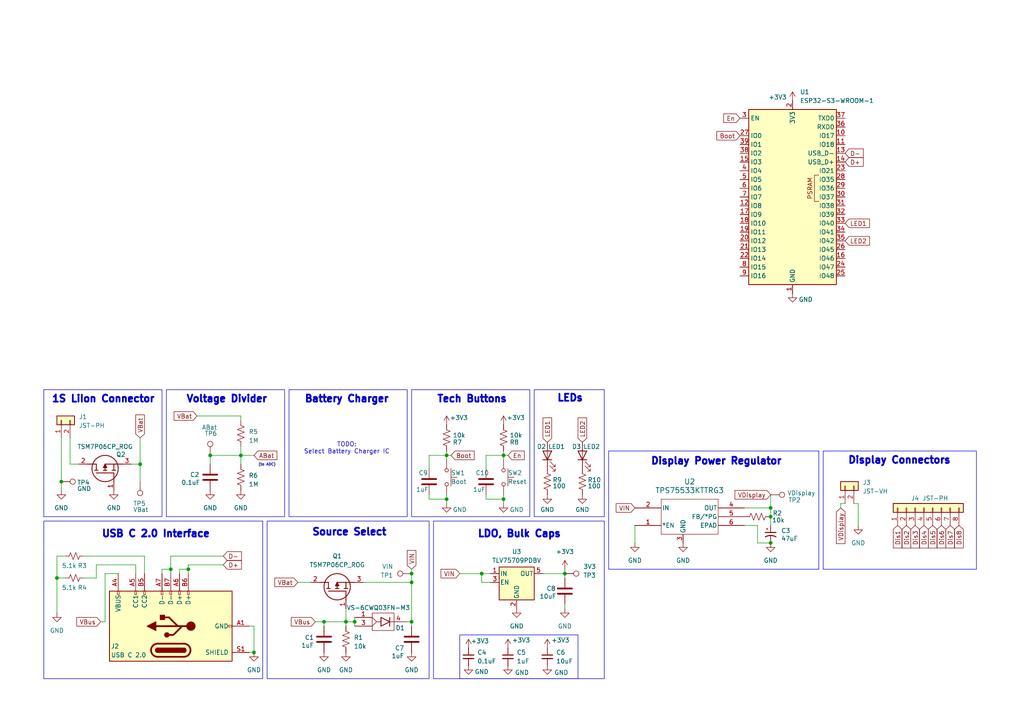
<source format=kicad_sch>
(kicad_sch (version 20250114) (generator "eeschema") (generator_version "9.0")
  (paper "A4")
  (title_block (title "Handheld Game Motherboard") (date "2025-10-07") (rev "0.1.0") (company "\"Gamers\""))
  (lib_symbols
    (symbol "Connector:TestPoint" (pin_numbers (hide yes)) (pin_names (offset 0.762) (hide yes))
      (property "Reference" "TP" (at 0 6.858 0))
      (property "Value" "TestPoint" (at 0 5.08 0))
      (symbol "TestPoint_0_1"
        (circle (center 0 3.302) (radius 0.762))
      )
      (symbol "TestPoint_1_1"
        (pin passive line (at 0 0 90) (length 2.54) (name "1") (number "1"))
      )
    )
    (symbol "Connector:USB_C_Receptacle_USB2.0_14P" (pin_names (offset 1.016))
      (property "Reference" "J" (at 0 22.225 0))
      (property "Value" "USB_C_Receptacle_USB2.0_14P" (at 0 19.685 0))
      (symbol "USB_C_Receptacle_USB2.0_14P_0_0"
        (rectangle (start -0.254 -17.78) (end 0.254 -16.764))
        (rectangle (start 10.16 15.494) (end 9.144 14.986))
        (rectangle (start 10.16 10.414) (end 9.144 9.906))
        (rectangle (start 10.16 7.874) (end 9.144 7.366))
        (rectangle (start 10.16 2.794) (end 9.144 2.286))
        (rectangle (start 10.16 0.254) (end 9.144 -0.254))
        (rectangle (start 10.16 -2.286) (end 9.144 -2.794))
        (rectangle (start 10.16 -4.826) (end 9.144 -5.334))
      )
      (symbol "USB_C_Receptacle_USB2.0_14P_0_1"
        (rectangle (start -10.16 17.78) (end 10.16 -17.78) (stroke (width 0.254)) (fill (type background)))
        (polyline (pts (xy -8.89 -3.81) (xy -8.89 3.81)) (stroke (width 0.508)))
        (rectangle (start -7.62 -3.81) (end -6.35 3.81) (stroke (width 0.254)) (fill (type outline)))
        (arc (start -7.62 3.81) (mid -6.985 4.4423) (end -6.35 3.81) (stroke (width 0.254)))
        (arc (start -7.62 3.81) (mid -6.985 4.4423) (end -6.35 3.81) (stroke (width 0.254)) (fill (type outline)))
        (arc (start -8.89 3.81) (mid -6.985 5.7067) (end -5.08 3.81) (stroke (width 0.508)))
        (arc (start -5.08 -3.81) (mid -6.985 -5.7067) (end -8.89 -3.81) (stroke (width 0.508)))
        (arc (start -6.35 -3.81) (mid -6.985 -4.4423) (end -7.62 -3.81) (stroke (width 0.254)))
        (arc (start -6.35 -3.81) (mid -6.985 -4.4423) (end -7.62 -3.81) (stroke (width 0.254)) (fill (type outline)))
        (polyline (pts (xy -5.08 3.81) (xy -5.08 -3.81)) (stroke (width 0.508)))
        (circle (center -2.54 1.143) (radius 0.635) (stroke (width 0.254)) (fill (type outline)))
        (polyline (pts (xy -1.27 4.318) (xy 0 6.858) (xy 1.27 4.318) (xy -1.27 4.318)) (stroke (width 0.254)) (fill (type outline)))
        (polyline (pts (xy 0 -2.032) (xy 2.54 0.508) (xy 2.54 1.778)) (stroke (width 0.508)))
        (polyline (pts (xy 0 -3.302) (xy -2.54 -0.762) (xy -2.54 0.508)) (stroke (width 0.508)))
        (polyline (pts (xy 0 -5.842) (xy 0 4.318)) (stroke (width 0.508)))
        (circle (center 0 -5.842) (radius 1.27) (fill (type outline)))
        (rectangle (start 1.905 1.778) (end 3.175 3.048) (stroke (width 0.254)) (fill (type outline)))
      )
      (symbol "USB_C_Receptacle_USB2.0_14P_1_1"
        (pin passive line (at -7.62 -22.86 90) (length 5.08) (name "SHIELD") (number "S1"))
        (pin passive line (at 0 -22.86 90) (length 5.08) (name "GND") (number "A1"))
        (pin passive line (at 0 -22.86 90) (length 5.08) (hide yes) (name "GND") (number "A12"))
        (pin passive line (at 0 -22.86 90) (length 5.08) (hide yes) (name "GND") (number "B1"))
        (pin passive line (at 0 -22.86 90) (length 5.08) (hide yes) (name "GND") (number "B12"))
        (pin passive line (at 15.24 15.24 180) (length 5.08) (name "VBUS") (number "A4"))
        (pin passive line (at 15.24 15.24 180) (length 5.08) (hide yes) (name "VBUS") (number "A9"))
        (pin passive line (at 15.24 15.24 180) (length 5.08) (hide yes) (name "VBUS") (number "B4"))
        (pin passive line (at 15.24 15.24 180) (length 5.08) (hide yes) (name "VBUS") (number "B9"))
        (pin bidirectional line (at 15.24 10.16 180) (length 5.08) (name "CC1") (number "A5"))
        (pin bidirectional line (at 15.24 7.62 180) (length 5.08) (name "CC2") (number "B5"))
        (pin bidirectional line (at 15.24 2.54 180) (length 5.08) (name "D-") (number "A7"))
        (pin bidirectional line (at 15.24 0 180) (length 5.08) (name "D-") (number "B7"))
        (pin bidirectional line (at 15.24 -2.54 180) (length 5.08) (name "D+") (number "A6"))
        (pin bidirectional line (at 15.24 -5.08 180) (length 5.08) (name "D+") (number "B6"))
      )
    )
    (symbol "Connector_Generic:Conn_01x02" (pin_names (offset 1.016) (hide yes))
      (property "Reference" "J" (at 0 2.54 0))
      (property "Value" "Conn_01x02" (at 0 -5.08 0))
      (symbol "Conn_01x02_1_1"
        (rectangle (start -1.27 1.27) (end 1.27 -3.81) (stroke (width 0.254)) (fill (type background)))
        (rectangle (start -1.27 0.127) (end 0 -0.127) (stroke (width 0.1524)))
        (rectangle (start -1.27 -2.413) (end 0 -2.667) (stroke (width 0.1524)))
        (pin passive line (at -5.08 0 0) (length 3.81) (name "Pin_1") (number "1"))
        (pin passive line (at -5.08 -2.54 0) (length 3.81) (name "Pin_2") (number "2"))
      )
    )
    (symbol "Connector_Generic:Conn_01x08" (pin_names (offset 1.016) (hide yes))
      (property "Reference" "J" (at 0 10.16 0))
      (property "Value" "Conn_01x08" (at 0 -12.7 0))
      (symbol "Conn_01x08_1_1"
        (rectangle (start -1.27 8.89) (end 1.27 -11.43) (stroke (width 0.254)) (fill (type background)))
        (rectangle (start -1.27 7.747) (end 0 7.493) (stroke (width 0.1524)))
        (rectangle (start -1.27 5.207) (end 0 4.953) (stroke (width 0.1524)))
        (rectangle (start -1.27 2.667) (end 0 2.413) (stroke (width 0.1524)))
        (rectangle (start -1.27 0.127) (end 0 -0.127) (stroke (width 0.1524)))
        (rectangle (start -1.27 -2.413) (end 0 -2.667) (stroke (width 0.1524)))
        (rectangle (start -1.27 -4.953) (end 0 -5.207) (stroke (width 0.1524)))
        (rectangle (start -1.27 -7.493) (end 0 -7.747) (stroke (width 0.1524)))
        (rectangle (start -1.27 -10.033) (end 0 -10.287) (stroke (width 0.1524)))
        (pin passive line (at -5.08 7.62 0) (length 3.81) (name "Pin_1") (number "1"))
        (pin passive line (at -5.08 5.08 0) (length 3.81) (name "Pin_2") (number "2"))
        (pin passive line (at -5.08 2.54 0) (length 3.81) (name "Pin_3") (number "3"))
        (pin passive line (at -5.08 0 0) (length 3.81) (name "Pin_4") (number "4"))
        (pin passive line (at -5.08 -2.54 0) (length 3.81) (name "Pin_5") (number "5"))
        (pin passive line (at -5.08 -5.08 0) (length 3.81) (name "Pin_6") (number "6"))
        (pin passive line (at -5.08 -7.62 0) (length 3.81) (name "Pin_7") (number "7"))
        (pin passive line (at -5.08 -10.16 0) (length 3.81) (name "Pin_8") (number "8"))
      )
    )
    (symbol "Device:C" (pin_numbers (hide yes)) (pin_names (offset 0.254))
      (property "Reference" "C" (at 0.635 2.54 0))
      (property "Value" "C" (at 0.635 -2.54 0))
      (symbol "C_0_1"
        (polyline (pts (xy -2.032 0.762) (xy 2.032 0.762)) (stroke (width 0.508)))
        (polyline (pts (xy -2.032 -0.762) (xy 2.032 -0.762)) (stroke (width 0.508)))
      )
      (symbol "C_1_1"
        (pin passive line (at 0 3.81 270) (length 2.794) (name "~") (number "1"))
        (pin passive line (at 0 -3.81 90) (length 2.794) (name "~") (number "2"))
      )
    )
    (symbol "Device:C_Polarized_Small_US" (pin_numbers (hide yes)) (pin_names (offset 0.254) (hide yes))
      (property "Reference" "C" (at 0.254 1.778 0))
      (property "Value" "C_Polarized_Small_US" (at 0.254 -2.032 0))
      (symbol "C_Polarized_Small_US_0_1"
        (polyline (pts (xy -1.524 0.508) (xy 1.524 0.508)) (stroke (width 0.3048)))
        (polyline (pts (xy -1.27 1.524) (xy -0.762 1.524)))
        (polyline (pts (xy -1.016 1.27) (xy -1.016 1.778)))
        (arc (start -1.524 -0.762) (mid 0 -0.3734) (end 1.524 -0.762) (stroke (width 0.3048)))
      )
      (symbol "C_Polarized_Small_US_1_1"
        (pin passive line (at 0 2.54 270) (length 2.032) (name "~") (number "1"))
        (pin passive line (at 0 -2.54 90) (length 2.032) (name "~") (number "2"))
      )
    )
    (symbol "Device:C_Small" (pin_numbers (hide yes)) (pin_names (offset 0.254) (hide yes))
      (property "Reference" "C" (at 0.254 1.778 0))
      (property "Value" "C_Small" (at 0.254 -2.032 0))
      (symbol "C_Small_0_1"
        (polyline (pts (xy -1.524 0.508) (xy 1.524 0.508)) (stroke (width 0.3048)))
        (polyline (pts (xy -1.524 -0.508) (xy 1.524 -0.508)) (stroke (width 0.3302)))
      )
      (symbol "C_Small_1_1"
        (pin passive line (at 0 2.54 270) (length 2.032) (name "~") (number "1"))
        (pin passive line (at 0 -2.54 90) (length 2.032) (name "~") (number "2"))
      )
    )
    (symbol "Device:LED" (pin_numbers (hide yes)) (pin_names (offset 1.016) (hide yes))
      (property "Reference" "D" (at 0 2.54 0))
      (property "Value" "LED" (at 0 -2.54 0))
      (symbol "LED_0_1"
        (polyline (pts (xy -3.048 -0.762) (xy -4.572 -2.286) (xy -3.81 -2.286) (xy -4.572 -2.286) (xy -4.572 -1.524)))
        (polyline (pts (xy -1.778 -0.762) (xy -3.302 -2.286) (xy -2.54 -2.286) (xy -3.302 -2.286) (xy -3.302 -1.524)))
        (polyline (pts (xy -1.27 0) (xy 1.27 0)))
        (polyline (pts (xy -1.27 -1.27) (xy -1.27 1.27)) (stroke (width 0.254)))
        (polyline (pts (xy 1.27 -1.27) (xy 1.27 1.27) (xy -1.27 0) (xy 1.27 -1.27)) (stroke (width 0.254)))
      )
      (symbol "LED_1_1"
        (pin passive line (at -3.81 0 0) (length 2.54) (name "K") (number "1"))
        (pin passive line (at 3.81 0 180) (length 2.54) (name "A") (number "2"))
      )
    )
    (symbol "Device:R_Small_US" (pin_numbers (hide yes)) (pin_names (offset 0.254) (hide yes))
      (property "Reference" "R" (at 0.762 0.508 0))
      (property "Value" "R_Small_US" (at 0.762 -1.016 0))
      (symbol "R_Small_US_1_1"
        (polyline (pts (xy 0 1.524) (xy 1.016 1.143) (xy 0 0.762) (xy -1.016 0.381) (xy 0 0)))
        (polyline (pts (xy 0 0) (xy 1.016 -0.381) (xy 0 -0.762) (xy -1.016 -1.143) (xy 0 -1.524)))
        (pin passive line (at 0 2.54 270) (length 1.016) (name "~") (number "1"))
        (pin passive line (at 0 -2.54 90) (length 1.016) (name "~") (number "2"))
      )
    )
    (symbol "Device:R_US" (pin_numbers (hide yes)) (pin_names (offset 0))
      (property "Reference" "R" (at 2.54 0 90))
      (property "Value" "R_US" (at -2.54 0 90))
      (symbol "R_US_0_1"
        (polyline (pts (xy 0 2.286) (xy 0 2.54)))
        (polyline (pts (xy 0 2.286) (xy 1.016 1.905) (xy 0 1.524) (xy -1.016 1.143) (xy 0 0.762)))
        (polyline (pts (xy 0 0.762) (xy 1.016 0.381) (xy 0 0) (xy -1.016 -0.381) (xy 0 -0.762)))
        (polyline (pts (xy 0 -0.762) (xy 1.016 -1.143) (xy 0 -1.524) (xy -1.016 -1.905) (xy 0 -2.286)))
        (polyline (pts (xy 0 -2.286) (xy 0 -2.54)))
      )
      (symbol "R_US_1_1"
        (pin passive line (at 0 3.81 270) (length 1.27) (name "~") (number "1"))
        (pin passive line (at 0 -3.81 90) (length 1.27) (name "~") (number "2"))
      )
    )
    (symbol "Library_Loader:TSM7P06CP_ROG" (pin_names (hide yes))
      (property "Reference" "Q" (at 11.43 3.81 0))
      (property "Value" "TSM7P06CP_ROG" (at 11.43 1.27 0))
      (symbol "TSM7P06CP_ROG_1_1"
        (polyline (pts (xy 2.54 0) (xy 5.08 0)) (stroke (width 0.254)))
        (polyline (pts (xy 5.08 5.08) (xy 5.08 0)) (stroke (width 0.254)))
        (polyline (pts (xy 5.842 5.588) (xy 5.842 4.572)) (stroke (width 0.254)))
        (polyline (pts (xy 5.842 2.032) (xy 5.842 3.048)) (stroke (width 0.254)))
        (polyline (pts (xy 5.842 0) (xy 7.62 0)) (stroke (width 0.254)))
        (polyline (pts (xy 5.842 -0.508) (xy 5.842 0.508)) (stroke (width 0.254)))
        (circle (center 6.35 2.54) (radius 3.81) (stroke (width 0.254)))
        (polyline (pts (xy 7.62 5.08) (xy 5.842 5.08)) (stroke (width 0.254)))
        (polyline (pts (xy 7.62 5.08) (xy 7.62 7.62)) (stroke (width 0.254)))
        (polyline (pts (xy 7.62 2.54) (xy 5.842 2.54)) (stroke (width 0.254)))
        (polyline (pts (xy 7.62 2.54) (xy 7.62 -2.54)) (stroke (width 0.254)))
        (polyline (pts (xy 7.62 2.54) (xy 6.604 3.048) (xy 6.604 2.032) (xy 7.62 2.54)) (stroke (width 0.254)) (fill (type outline)))
        (pin passive line (at 0 0 0) (length 2.54) (name "G") (number "1"))
        (pin passive line (at 7.62 10.16 270) (length 2.54) (name "D") (number "2"))
        (pin passive line (at 7.62 -5.08 90) (length 2.54) (name "S") (number "3"))
      )
    )
    (symbol "Library_Loader:VS-6CWQ03FN-M3"
      (property "Reference" "D" (at 5.08 4.826 0))
      (property "Value" "VS-6CWQ03FN-M3" (at 5.08 3.048 0))
      (symbol "VS-6CWQ03FN-M3_0_1"
        (rectangle (start 5.08 1.27) (end 11.43 -3.81))
        (polyline (pts (xy 5.08 0) (xy 5.08 0) (xy 6.35 -1.27) (xy 7.62 -1.27)))
        (polyline (pts (xy 5.08 -2.54) (xy 5.08 -2.54) (xy 6.35 -1.27) (xy 7.62 -1.27)))
        (polyline (pts (xy 7.62 0) (xy 7.62 -2.54) (xy 10.16 -1.27) (xy 7.62 0) (xy 7.62 -1.27) (xy 7.62 -2.54)) (stroke (width 0.254)))
        (polyline (pts (xy 10.16 0) (xy 10.16 -2.54)) (stroke (width 0.254)))
      )
      (symbol "VS-6CWQ03FN-M3_1_1"
        (pin passive line (at 0 0 0) (length 5.08) (name "") (number "1"))
        (pin passive line (at 0 -2.54 0) (length 5.08) (name "") (number "3"))
        (pin passive line (at 15.24 -1.27 180) (length 5.08) (name "") (number "4"))
      )
    )
    (symbol "RF_Module:ESP32-S3-WROOM-1"
      (property "Reference" "U" (at -12.7 26.67 0))
      (property "Value" "ESP32-S3-WROOM-1" (at 12.7 26.67 0))
      (symbol "ESP32-S3-WROOM-1_0_0"
        (rectangle (start -12.7 25.4) (end 12.7 -25.4) (stroke (width 0.254)) (fill (type background)))
        (text "PSRAM" (at 5.08 2.54 900) (effects (font (size 1.27 1.27))))
      )
      (symbol "ESP32-S3-WROOM-1_0_1"
        (polyline (pts (xy 7.62 -1.27) (xy 6.35 -1.27) (xy 6.35 6.35) (xy 7.62 6.35)))
      )
      (symbol "ESP32-S3-WROOM-1_1_1"
        (pin input line (at -15.24 22.86 0) (length 2.54) (name "EN") (number "3"))
        (pin bidirectional line (at -15.24 17.78 0) (length 2.54) (name "IO0") (number "27"))
        (pin bidirectional line (at -15.24 15.24 0) (length 2.54) (name "IO1") (number "39"))
        (pin bidirectional line (at -15.24 12.7 0) (length 2.54) (name "IO2") (number "38"))
        (pin bidirectional line (at -15.24 10.16 0) (length 2.54) (name "IO3") (number "15"))
        (pin bidirectional line (at -15.24 7.62 0) (length 2.54) (name "IO4") (number "4"))
        (pin bidirectional line (at -15.24 5.08 0) (length 2.54) (name "IO5") (number "5"))
        (pin bidirectional line (at -15.24 2.54 0) (length 2.54) (name "IO6") (number "6"))
        (pin bidirectional line (at -15.24 0 0) (length 2.54) (name "IO7") (number "7"))
        (pin bidirectional line (at -15.24 -2.54 0) (length 2.54) (name "IO8") (number "12"))
        (pin bidirectional line (at -15.24 -5.08 0) (length 2.54) (name "IO9") (number "17"))
        (pin bidirectional line (at -15.24 -7.62 0) (length 2.54) (name "IO10") (number "18"))
        (pin bidirectional line (at -15.24 -10.16 0) (length 2.54) (name "IO11") (number "19"))
        (pin bidirectional line (at -15.24 -12.7 0) (length 2.54) (name "IO12") (number "20"))
        (pin bidirectional line (at -15.24 -15.24 0) (length 2.54) (name "IO13") (number "21"))
        (pin bidirectional line (at -15.24 -17.78 0) (length 2.54) (name "IO14") (number "22"))
        (pin bidirectional line (at -15.24 -20.32 0) (length 2.54) (name "IO15") (number "8"))
        (pin bidirectional line (at -15.24 -22.86 0) (length 2.54) (name "IO16") (number "9"))
        (pin power_in line (at 0 27.94 270) (length 2.54) (name "3V3") (number "2"))
        (pin power_in line (at 0 -27.94 90) (length 2.54) (name "GND") (number "1"))
        (pin passive line (at 0 -27.94 90) (length 2.54) (hide yes) (name "GND") (number "40"))
        (pin passive line (at 0 -27.94 90) (length 2.54) (hide yes) (name "GND") (number "41"))
        (pin bidirectional line (at 15.24 22.86 180) (length 2.54) (name "TXD0") (number "37"))
        (pin bidirectional line (at 15.24 20.32 180) (length 2.54) (name "RXD0") (number "36"))
        (pin bidirectional line (at 15.24 17.78 180) (length 2.54) (name "IO17") (number "10"))
        (pin bidirectional line (at 15.24 15.24 180) (length 2.54) (name "IO18") (number "11"))
        (pin bidirectional line (at 15.24 12.7 180) (length 2.54) (name "USB_D-") (number "13"))
        (pin bidirectional line (at 15.24 10.16 180) (length 2.54) (name "USB_D+") (number "14"))
        (pin bidirectional line (at 15.24 7.62 180) (length 2.54) (name "IO21") (number "23"))
        (pin bidirectional line (at 15.24 5.08 180) (length 2.54) (name "IO35") (number "28"))
        (pin bidirectional line (at 15.24 2.54 180) (length 2.54) (name "IO36") (number "29"))
        (pin bidirectional line (at 15.24 0 180) (length 2.54) (name "IO37") (number "30"))
        (pin bidirectional line (at 15.24 -2.54 180) (length 2.54) (name "IO38") (number "31"))
        (pin bidirectional line (at 15.24 -5.08 180) (length 2.54) (name "IO39") (number "32"))
        (pin bidirectional line (at 15.24 -7.62 180) (length 2.54) (name "IO40") (number "33"))
        (pin bidirectional line (at 15.24 -10.16 180) (length 2.54) (name "IO41") (number "34"))
        (pin bidirectional line (at 15.24 -12.7 180) (length 2.54) (name "IO42") (number "35"))
        (pin bidirectional line (at 15.24 -15.24 180) (length 2.54) (name "IO45") (number "26"))
        (pin bidirectional line (at 15.24 -17.78 180) (length 2.54) (name "IO46") (number "16"))
        (pin bidirectional line (at 15.24 -20.32 180) (length 2.54) (name "IO47") (number "24"))
        (pin bidirectional line (at 15.24 -22.86 180) (length 2.54) (name "IO48") (number "25"))
      )
    )
    (symbol "Regulator_Linear:TLV75709PDBV" (pin_names (offset 0.254))
      (property "Reference" "U" (at -3.81 5.715 0))
      (property "Value" "TLV75709PDBV" (at 0 5.715 0))
      (symbol "TLV75709PDBV_0_1"
        (rectangle (start -5.08 4.445) (end 5.08 -5.08) (stroke (width 0.254)) (fill (type background)))
      )
      (symbol "TLV75709PDBV_1_1"
        (pin power_in line (at -7.62 2.54 0) (length 2.54) (name "IN") (number "1"))
        (pin input line (at -7.62 0 0) (length 2.54) (name "EN") (number "3"))
        (pin power_in line (at 0 -7.62 90) (length 2.54) (name "GND") (number "2"))
        (pin no_connect line (at 5.08 0 180) (length 2.54) (hide yes) (name "NC") (number "4"))
        (pin power_out line (at 7.62 2.54 180) (length 2.54) (name "OUT") (number "5"))
      )
    )
    (symbol "Switch:SW_Push" (pin_numbers (hide yes)) (pin_names (offset 1.016) (hide yes))
      (property "Reference" "SW" (at 1.27 2.54 0))
      (property "Value" "SW_Push" (at 0 -1.524 0))
      (symbol "SW_Push_0_1"
        (circle (center -2.032 0) (radius 0.508))
        (polyline (pts (xy 0 1.27) (xy 0 3.048)))
        (circle (center 2.032 0) (radius 0.508))
        (polyline (pts (xy 2.54 1.27) (xy -2.54 1.27)))
        (pin passive line (at -5.08 0 0) (length 2.54) (name "1") (number "1"))
        (pin passive line (at 5.08 0 180) (length 2.54) (name "2") (number "2"))
      )
    )
    (symbol "TPS75533KTTRG3:TPS75533KTTRG3" (pin_names (offset 0.254))
      (property "Reference" "U" (at 16.002 4.826 0))
      (property "Value" "TPS75533KTTRG3" (at 16.002 2.286 0))
      (symbol "TPS75533KTTRG3_0_1"
        (polyline (pts (xy 7.62 0) (xy 7.62 -10.16)) (stroke (width 0.127)))
        (polyline (pts (xy 7.62 -10.16) (xy 24.13 -10.16)) (stroke (width 0.127)))
        (polyline (pts (xy 24.13 0) (xy 7.62 0)) (stroke (width 0.127)))
        (polyline (pts (xy 24.13 -10.16) (xy 24.13 0)) (stroke (width 0.127)))
        (pin input line (at 0 -2.54 0) (length 7.62) (name "IN") (number "2"))
        (pin unspecified line (at 0 -7.62 0) (length 7.62) (name "*EN") (number "1"))
        (pin power_in line (at 13.97 -12.7 90) (length 2.54) (name "GND") (number "3"))
        (pin unspecified line (at 31.75 -5.08 180) (length 7.62) (name "FB/*PG") (number "5"))
        (pin unspecified line (at 31.75 -7.62 180) (length 7.62) (name "EPAD") (number "6"))
      )
      (symbol "TPS75533KTTRG3_1_1"
        (pin output line (at 31.75 -2.54 180) (length 7.62) (name "OUT") (number "4"))
      )
    )
    (symbol "power:+3V3" (power) (pin_numbers (hide yes)) (pin_names (offset 0) (hide yes))
      (property "Value" "+3V3" (at 0 3.556 0))
      (symbol "+3V3_0_1"
        (polyline (pts (xy -0.762 1.27) (xy 0 2.54)))
        (polyline (pts (xy 0 2.54) (xy 0.762 1.27)))
        (polyline (pts (xy 0 0) (xy 0 2.54)))
      )
      (symbol "+3V3_1_1"
        (pin power_in line (at 0 0 90) (length 0) (name "~") (number "1"))
      )
    )
    (symbol "power:GND" (power) (pin_numbers (hide yes)) (pin_names (offset 0) (hide yes))
      (property "Value" "GND" (at 0 -3.81 0))
      (symbol "GND_0_1"
        (polyline (pts (xy 0 0) (xy 0 -1.27) (xy 1.27 -1.27) (xy 0 -2.54) (xy -1.27 -1.27) (xy 0 -1.27)))
      )
      (symbol "GND_1_1"
        (pin power_in line (at 0 0 270) (length 0) (name "~") (number "1"))
      )
    )
  )
  (rectangle (start 83.82 113.03) (end 118.11 149.86))
  (rectangle (start 176.53 130.81) (end 237.49 165.1))
  (rectangle (start 133.35 184.15) (end 167.64 196.85))
  (rectangle (start 238.76 130.81) (end 283.21 165.1))
  (rectangle (start 154.94 113.03) (end 175.26 149.86))
  (rectangle (start 12.7 113.03) (end 46.99 149.86))
  (rectangle (start 125.73 151.13) (end 175.26 196.85))
  (rectangle (start 12.7 151.13) (end 76.2 196.85))
  (rectangle (start 77.47 151.13) (end 124.46 196.85))
  (rectangle (start 48.26 113.03) (end 82.55 149.86))
  (rectangle (start 119.38 113.03) (end 153.67 149.86))
  (text "LDO, Bulk Caps" (at 150.622 154.94 0) (effects (font (size 2.032 2.032) (thickness 0.6096) (bold yes))))
  (text "Display Connectors" (at 260.858 133.604 0) (effects (font (size 2.032 2.032) (thickness 0.6096) (bold yes))))
  (text "USB C 2.0 Interface" (at 45.212 154.94 0) (effects (font (size 2.032 2.032) (thickness 0.6096) (bold yes))))
  (text "1S LiIon Connector" (at 29.972 115.824 0) (effects (font (size 2.032 2.032) (thickness 0.6096) (bold yes))))
  (text "Display Power Regulator" (at 207.772 133.858 0) (effects (font (size 2.032 2.032) (thickness 0.6096) (bold yes))))
  (text "TODO:\nSelect Battery Charger IC" (at 100.584 130.048 0) (effects (font (size 1.27 1.27))))
  (text "Voltage Divider" (at 65.786 115.824 0) (effects (font (size 2.032 2.032) (thickness 0.6096) (bold yes))))
  (text "Source Select\n" (at 101.346 154.432 0) (effects (font (size 2.032 2.032) (thickness 0.6096) (bold yes))))
  (text "Tech Buttons" (at 136.906 115.824 0) (effects (font (size 2.032 2.032) (thickness 0.6096) (bold yes))))
  (text "Battery Charger" (at 100.584 115.824 0) (effects (font (size 2.032 2.032) (thickness 0.6096) (bold yes))))
  (text "LEDs" (at 165.354 115.57 0) (effects (font (size 2.032 2.032) (thickness 0.6096) (bold yes))))
  (text "(to ADC)" (at 77.47 134.874 0) (effects (font (size 0.762 0.762))))
  (junction (at 146.05 132.08))
  (junction (at 119.38 166.37))
  (junction (at 100.33 180.34))
  (junction (at 54.61 165.1))
  (junction (at 40.64 134.62))
  (junction (at 223.52 147.32))
  (junction (at 73.66 189.23))
  (junction (at 119.38 180.34))
  (junction (at 93.98 180.34))
  (junction (at 16.51 167.64))
  (junction (at 146.05 144.78))
  (junction (at 49.53 165.1))
  (junction (at 17.78 139.7))
  (junction (at 139.7 166.37))
  (junction (at 119.38 168.91))
  (junction (at 163.83 166.37))
  (junction (at 69.85 132.08))
  (junction (at 129.54 132.08))
  (junction (at 223.52 157.48))
  (junction (at 129.54 144.78))
  (junction (at 60.96 132.08))
  (junction (at 223.52 149.86))
  (junction (at 102.87 180.34))
  (wire (pts (xy 40.64 134.62) (xy 40.64 139.7)))
  (wire (pts (xy 124.46 132.08) (xy 124.46 135.89)))
  (wire (pts (xy 27.94 167.64) (xy 24.13 167.64)))
  (wire (pts (xy 52.07 165.1) (xy 54.61 165.1)))
  (wire (pts (xy 72.39 181.61) (xy 73.66 181.61)))
  (wire (pts (xy 243.84 146.05) (xy 243.84 147.32)))
  (wire (pts (xy 119.38 165.1) (xy 119.38 166.37)))
  (wire (pts (xy 146.05 132.08) (xy 140.97 132.08)))
  (wire (pts (xy 146.05 146.05) (xy 146.05 144.78)))
  (wire (pts (xy 54.61 165.1) (xy 54.61 163.83)))
  (wire (pts (xy 39.37 166.37) (xy 39.37 163.83)))
  (wire (pts (xy 215.9 147.32) (xy 223.52 147.32)))
  (wire (pts (xy 73.66 181.61) (xy 73.66 189.23)))
  (wire (pts (xy 146.05 132.08) (xy 146.05 130.81)))
  (wire (pts (xy 69.85 132.08) (xy 73.66 132.08)))
  (wire (pts (xy 140.97 144.78) (xy 140.97 143.51)))
  (wire (pts (xy 52.07 166.37) (xy 52.07 165.1)))
  (wire (pts (xy 146.05 144.78) (xy 140.97 144.78)))
  (wire (pts (xy 49.53 161.29) (xy 64.77 161.29)))
  (wire (pts (xy 20.32 127) (xy 20.32 134.62)))
  (wire (pts (xy 219.71 157.48) (xy 219.71 152.4)))
  (wire (pts (xy 34.29 166.37) (xy 30.48 166.37)))
  (wire (pts (xy 69.85 129.54) (xy 69.85 132.08)))
  (wire (pts (xy 139.7 166.37) (xy 139.7 168.91)))
  (wire (pts (xy 41.91 166.37) (xy 41.91 161.29)))
  (wire (pts (xy 139.7 168.91) (xy 142.24 168.91)))
  (wire (pts (xy 223.52 147.32) (xy 223.52 149.86)))
  (wire (pts (xy 139.7 166.37) (xy 142.24 166.37)))
  (wire (pts (xy 54.61 165.1) (xy 54.61 166.37)))
  (wire (pts (xy 30.48 166.37) (xy 30.48 180.34)))
  (wire (pts (xy 41.91 161.29) (xy 24.13 161.29)))
  (wire (pts (xy 16.51 161.29) (xy 16.51 167.64)))
  (wire (pts (xy 163.83 167.64) (xy 163.83 166.37)))
  (wire (pts (xy 247.65 146.05) (xy 248.92 146.05)))
  (wire (pts (xy 129.54 132.08) (xy 129.54 133.35)))
  (wire (pts (xy 184.15 157.48) (xy 184.15 152.4)))
  (wire (pts (xy 93.98 180.34) (xy 100.33 180.34)))
  (wire (pts (xy 46.99 166.37) (xy 46.99 165.1)))
  (wire (pts (xy 49.53 165.1) (xy 49.53 161.29)))
  (wire (pts (xy 86.36 168.91) (xy 90.17 168.91)))
  (wire (pts (xy 16.51 167.64) (xy 19.05 167.64)))
  (wire (pts (xy 146.05 132.08) (xy 147.32 132.08)))
  (wire (pts (xy 219.71 152.4) (xy 215.9 152.4)))
  (wire (pts (xy 57.15 120.65) (xy 69.85 120.65)))
  (wire (pts (xy 19.05 161.29) (xy 16.51 161.29)))
  (wire (pts (xy 93.98 181.61) (xy 93.98 180.34)))
  (wire (pts (xy 17.78 127) (xy 17.78 139.7)))
  (wire (pts (xy 223.52 143.51) (xy 223.52 147.32)))
  (wire (pts (xy 39.37 163.83) (xy 27.94 163.83)))
  (wire (pts (xy 72.39 189.23) (xy 73.66 189.23)))
  (wire (pts (xy 100.33 180.34) (xy 102.87 180.34)))
  (wire (pts (xy 223.52 149.86) (xy 223.52 152.4)))
  (wire (pts (xy 243.84 146.05) (xy 245.11 146.05)))
  (wire (pts (xy 133.35 166.37) (xy 139.7 166.37)))
  (wire (pts (xy 60.96 132.08) (xy 69.85 132.08)))
  (wire (pts (xy 69.85 120.65) (xy 69.85 121.92)))
  (wire (pts (xy 40.64 127) (xy 40.64 134.62)))
  (wire (pts (xy 17.78 139.7) (xy 17.78 142.24)))
  (wire (pts (xy 49.53 165.1) (xy 49.53 166.37)))
  (wire (pts (xy 69.85 132.08) (xy 69.85 134.62)))
  (wire (pts (xy 130.81 132.08) (xy 129.54 132.08)))
  (wire (pts (xy 100.33 180.34) (xy 100.33 176.53)))
  (wire (pts (xy 124.46 144.78) (xy 124.46 143.51)))
  (wire (pts (xy 38.1 134.62) (xy 40.64 134.62)))
  (wire (pts (xy 146.05 143.51) (xy 146.05 144.78)))
  (wire (pts (xy 140.97 132.08) (xy 140.97 135.89)))
  (wire (pts (xy 129.54 146.05) (xy 129.54 144.78)))
  (wire (pts (xy 119.38 166.37) (xy 119.38 168.91)))
  (wire (pts (xy 16.51 167.64) (xy 16.51 177.8)))
  (wire (pts (xy 157.48 166.37) (xy 163.83 166.37)))
  (wire (pts (xy 163.83 175.26) (xy 163.83 176.53)))
  (wire (pts (xy 46.99 165.1) (xy 49.53 165.1)))
  (wire (pts (xy 129.54 132.08) (xy 124.46 132.08)))
  (wire (pts (xy 248.92 146.05) (xy 248.92 152.4)))
  (wire (pts (xy 91.44 180.34) (xy 93.98 180.34)))
  (wire (pts (xy 129.54 143.51) (xy 129.54 144.78)))
  (wire (pts (xy 119.38 180.34) (xy 119.38 168.91)))
  (wire (pts (xy 163.83 166.37) (xy 163.83 165.1)))
  (wire (pts (xy 29.21 180.34) (xy 30.48 180.34)))
  (wire (pts (xy 27.94 163.83) (xy 27.94 167.64)))
  (wire (pts (xy 129.54 144.78) (xy 124.46 144.78)))
  (wire (pts (xy 100.33 180.34) (xy 100.33 181.61)))
  (wire (pts (xy 119.38 181.61) (xy 119.38 180.34)))
  (wire (pts (xy 219.71 157.48) (xy 223.52 157.48)))
  (wire (pts (xy 54.61 163.83) (xy 64.77 163.83)))
  (wire (pts (xy 105.41 168.91) (xy 119.38 168.91)))
  (wire (pts (xy 102.87 180.34) (xy 102.87 179.07)))
  (wire (pts (xy 20.32 134.62) (xy 22.86 134.62)))
  (wire (pts (xy 60.96 134.62) (xy 60.96 132.08)))
  (wire (pts (xy 102.87 180.34) (xy 102.87 181.61)))
  (wire (pts (xy 118.11 180.34) (xy 119.38 180.34)))
  (wire (pts (xy 146.05 132.08) (xy 146.05 133.35)))
  (wire (pts (xy 129.54 132.08) (xy 129.54 130.81)))
  (global_label "Dis7" (shape input) (at 275.59 152.4 270) (property "Intersheetrefs" "${INTERSHEET_REFS}" (effects (hide yes))))
  (global_label "Dis3" (shape input) (at 265.43 152.4 270) (property "Intersheetrefs" "${INTERSHEET_REFS}" (effects (hide yes))))
  (global_label "LED2" (shape input) (at 168.91 128.27 90) (property "Intersheetrefs" "${INTERSHEET_REFS}" (effects (hide yes))))
  (global_label "VBus" (shape input) (at 29.21 180.34 180) (property "Intersheetrefs" "${INTERSHEET_REFS}" (effects (hide yes))))
  (global_label "D-" (shape input) (at 64.77 161.29 0) (property "Intersheetrefs" "${INTERSHEET_REFS}" (effects (hide yes))))
  (global_label "D+" (shape input) (at 245.11 46.99 0) (property "Intersheetrefs" "${INTERSHEET_REFS}" (effects (hide yes))))
  (global_label "VIN" (shape input) (at 184.15 147.32 180) (property "Intersheetrefs" "${INTERSHEET_REFS}" (effects (hide yes))))
  (global_label "Boot" (shape input) (at 214.63 39.37 180) (property "Intersheetrefs" "${INTERSHEET_REFS}" (effects (hide yes))))
  (global_label "VIN" (shape input) (at 133.35 166.37 180) (property "Intersheetrefs" "${INTERSHEET_REFS}" (effects (hide yes))))
  (global_label "VDisplay" (shape input) (at 243.84 147.32 270) (property "Intersheetrefs" "${INTERSHEET_REFS}" (effects (hide yes))))
  (global_label "Dis2" (shape input) (at 262.89 152.4 270) (property "Intersheetrefs" "${INTERSHEET_REFS}" (effects (hide yes))))
  (global_label "LED1" (shape input) (at 158.75 128.27 90) (property "Intersheetrefs" "${INTERSHEET_REFS}" (effects (hide yes))))
  (global_label "Dis6" (shape input) (at 273.05 152.4 270) (property "Intersheetrefs" "${INTERSHEET_REFS}" (effects (hide yes))))
  (global_label "VIN" (shape input) (at 119.38 165.1 90) (property "Intersheetrefs" "${INTERSHEET_REFS}" (effects (hide yes))))
  (global_label "ABat" (shape input) (at 73.66 132.08 0) (property "Intersheetrefs" "${INTERSHEET_REFS}" (effects (hide yes))))
  (global_label "En" (shape input) (at 214.63 34.29 180) (property "Intersheetrefs" "${INTERSHEET_REFS}" (effects (hide yes))))
  (global_label "Boot" (shape input) (at 130.81 132.08 0) (property "Intersheetrefs" "${INTERSHEET_REFS}" (effects (hide yes))))
  (global_label "VBat" (shape input) (at 40.64 127 90) (property "Intersheetrefs" "${INTERSHEET_REFS}" (effects (hide yes))))
  (global_label "Dis4" (shape input) (at 267.97 152.4 270) (property "Intersheetrefs" "${INTERSHEET_REFS}" (effects (hide yes))))
  (global_label "VBat" (shape input) (at 57.15 120.65 180) (property "Intersheetrefs" "${INTERSHEET_REFS}" (effects (hide yes))))
  (global_label "LED2" (shape input) (at 245.11 69.85 0) (property "Intersheetrefs" "${INTERSHEET_REFS}" (effects (hide yes))))
  (global_label "LED1" (shape input) (at 245.11 64.77 0) (property "Intersheetrefs" "${INTERSHEET_REFS}" (effects (hide yes))))
  (global_label "D-" (shape input) (at 245.11 44.45 0) (property "Intersheetrefs" "${INTERSHEET_REFS}" (effects (hide yes))))
  (global_label "VDisplay" (shape input) (at 223.52 143.51 180) (property "Intersheetrefs" "${INTERSHEET_REFS}" (effects (hide yes))))
  (global_label "D+" (shape input) (at 64.77 163.83 0) (property "Intersheetrefs" "${INTERSHEET_REFS}" (effects (hide yes))))
  (global_label "En" (shape input) (at 147.32 132.08 0) (property "Intersheetrefs" "${INTERSHEET_REFS}" (effects (hide yes))))
  (global_label "Dis5" (shape input) (at 270.51 152.4 270) (property "Intersheetrefs" "${INTERSHEET_REFS}" (effects (hide yes))))
  (global_label "Dis1" (shape input) (at 260.35 152.4 270) (property "Intersheetrefs" "${INTERSHEET_REFS}" (effects (hide yes))))
  (global_label "VBus" (shape input) (at 91.44 180.34 180) (property "Intersheetrefs" "${INTERSHEET_REFS}" (effects (hide yes))))
  (global_label "VBat" (shape input) (at 86.36 168.91 180) (property "Intersheetrefs" "${INTERSHEET_REFS}" (effects (hide yes))))
  (global_label "Dis8" (shape input) (at 278.13 152.4 270) (property "Intersheetrefs" "${INTERSHEET_REFS}" (effects (hide yes))))
  (symbol (lib_id "power:GND") (at 33.02 142.24 0) (unit 1)
    (property "Reference" "#PWR05" (effects (hide yes)))
    (property "Value" "GND" (at 33.02 147.32 0))
    (property "Description" "Power symbol creates a global label with name \"GND\" , ground" (effects (hide yes)))
  )
  (symbol (lib_id "power:GND") (at 119.38 189.23 0) (unit 1)
    (property "Reference" "#PWR016" (effects (hide yes)))
    (property "Value" "GND" (at 119.38 194.31 0))
    (property "Description" "Power symbol creates a global label with name \"GND\" , ground" (effects (hide yes)))
  )
  (symbol (lib_id "Device:C") (at 163.83 171.45 0) (unit 1)
    (property "Reference" "C8" (at 158.496 170.688 0) (effects (justify left)))
    (property "Value" "10uF" (at 156.464 172.974 0) (effects (justify left)))
    (property "Description" "Unpolarized capacitor" (effects (hide yes)))
  )
  (symbol (lib_id "power:GND") (at 146.05 146.05 0) (unit 1)
    (property "Reference" "#PWR026" (effects (hide yes)))
    (property "Value" "GND" (at 149.86 147.828 0))
    (property "Description" "Power symbol creates a global label with name \"GND\" , ground" (effects (hide yes)))
  )
  (symbol (lib_id "Device:C") (at 93.98 185.42 0) (unit 1)
    (property "Reference" "C1" (at 88.392 184.912 0) (effects (justify left)))
    (property "Value" "1uF" (at 87.376 187.198 0) (effects (justify left)))
    (property "Description" "Unpolarized capacitor" (effects (hide yes)))
  )
  (symbol (lib_id "Device:R_US") (at 219.71 149.86 90) (unit 1)
    (property "Reference" "R2" (at 226.822 148.844 90) (effects (justify left)))
    (property "Value" "10k" (at 227.584 150.876 90) (effects (justify left)))
    (property "Description" "Resistor, US symbol" (effects (hide yes)))
  )
  (symbol (lib_id "Library_Loader:TSM7P06CP_ROG") (at 100.33 176.53 90) (unit 1)
    (property "Reference" "Q1" (at 97.79 161.29 90))
    (property "Value" "TSM7P06CP_ROG" (at 97.79 163.83 90))
    (property "Footprint" "TSM7P06CPROG" (effects (hide yes)))
    (property "Datasheet" "https://www.taiwansemi.com/assets/uploads/datasheet/TSM7P06_B1802.pdf" (effects (hide yes)))
    (property "Description" "MOSFET -60V, -7A, Single P-Channel Power MOSFET" (effects (hide yes)))
    (property "Height" "2.6" (effects (hide yes)))
    (property "Mouser Part Number" "821-TSM7P06CPROG" (effects (hide yes)))
    (property "Mouser Price/Stock" "https://www.mouser.co.uk/ProductDetail/Taiwan-Semiconductor/TSM7P06CP-ROG?qs=5aG0NVq1C4wCVhoUvmpgwg%3D%3D" (effects (hide yes)))
    (property "Manufacturer_Name" "Taiwan Semiconductor" (effects (hide yes)))
    (property "Manufacturer_Part_Number" "TSM7P06CP ROG" (effects (hide yes)))
  )
  (symbol (lib_id "power:GND") (at 93.98 189.23 0) (unit 1)
    (property "Reference" "#PWR01" (effects (hide yes)))
    (property "Value" "GND" (at 93.98 194.31 0))
    (property "Description" "Power symbol creates a global label with name \"GND\" , ground" (effects (hide yes)))
  )
  (symbol (lib_id "power:GND") (at 184.15 157.48 0) (unit 1)
    (property "Reference" "#PWR06" (effects (hide yes)))
    (property "Value" "GND" (at 184.15 162.56 0))
    (property "Description" "Power symbol creates a global label with name \"GND\" , ground" (effects (hide yes)))
  )
  (symbol (lib_id "power:GND") (at 60.96 142.24 0) (unit 1)
    (property "Reference" "#PWR021" (effects (hide yes)))
    (property "Value" "GND" (at 60.96 147.32 0))
    (property "Description" "Power symbol creates a global label with name \"GND\" , ground" (effects (hide yes)))
  )
  (symbol (lib_id "Device:C") (at 140.97 139.7 0) (unit 1)
    (property "Reference" "C10" (at 137.922 137.16 0) (effects (justify left)))
    (property "Value" "1uF" (at 137.16 141.986 0) (effects (justify left)))
    (property "Description" "Unpolarized capacitor" (effects (hide yes)))
  )
  (symbol (lib_id "power:+3V3") (at 129.54 123.19 0) (unit 1)
    (property "Reference" "#PWR023" (effects (hide yes)))
    (property "Value" "+3V3" (at 133.096 121.158 0))
    (property "Description" "Power symbol creates a global label with name \"+3V3\"" (effects (hide yes)))
  )
  (symbol (lib_id "Device:C") (at 60.96 138.43 0) (unit 1)
    (property "Reference" "C2" (at 55.118 137.668 0) (effects (justify left)))
    (property "Value" "0.1uF" (at 52.578 139.954 0) (effects (justify left)))
    (property "Description" "Unpolarized capacitor" (effects (hide yes)))
  )
  (symbol (lib_id "Connector:TestPoint") (at 40.64 139.7 180) (unit 1)
    (property "Reference" "TP5" (at 38.608 146.05 0) (effects (justify right)))
    (property "Value" "VBat" (at 38.608 147.828 0) (effects (justify right)))
    (property "Description" "test point" (effects (hide yes)))
  )
  (symbol (lib_id "Device:R_US") (at 146.05 127 180) (unit 1)
    (property "Reference" "R8" (at 147.828 128.27 0) (effects (justify right)))
    (property "Value" "10k" (at 147.828 126.238 0) (effects (justify right)))
    (property "Description" "Resistor, US symbol" (effects (hide yes)))
  )
  (symbol (lib_id "Connector:TestPoint") (at 17.78 139.7 270) (unit 1)
    (property "Reference" "TP4" (at 22.352 139.954 90) (effects (justify left)))
    (property "Value" "GND" (at 22.352 141.732 90) (effects (justify left)))
    (property "Description" "test point" (effects (hide yes)))
  )
  (symbol (lib_id "Connector:USB_C_Receptacle_USB2.0_14P") (at 49.53 181.61 90) (unit 1)
    (property "Reference" "J2" (at 34.544 187.452 90) (effects (justify left)))
    (property "Value" "USB C 2.0" (at 42.418 189.992 90) (effects (justify left)))
    (property "Datasheet" "https://www.usb.org/sites/default/files/documents/usb_type-c.zip" (effects (hide yes)))
    (property "Description" "USB 2.0-only 14P Type-C Receptacle connector" (effects (hide yes)))
  )
  (symbol (lib_id "Connector_Generic:Conn_01x02") (at 17.78 121.92 90) (unit 1)
    (property "Reference" "J1" (at 22.86 120.904 90) (effects (justify right)))
    (property "Value" "JST-PH" (at 22.86 123.444 90) (effects (justify right)))
    (property "Description" "Generic connector, single row, 01x02, script generated (kicad-library-utils/schlib/autogen/connector/)" (effects (hide yes)))
  )
  (symbol (lib_id "power:+3V3") (at 146.05 123.19 0) (unit 1)
    (property "Reference" "#PWR025" (effects (hide yes)))
    (property "Value" "+3V3" (at 149.606 121.158 0))
    (property "Description" "Power symbol creates a global label with name \"+3V3\"" (effects (hide yes)))
  )
  (symbol (lib_id "power:GND") (at 100.33 189.23 0) (unit 1)
    (property "Reference" "#PWR02" (effects (hide yes)))
    (property "Value" "GND" (at 100.33 194.31 0))
    (property "Description" "Power symbol creates a global label with name \"GND\" , ground" (effects (hide yes)))
  )
  (symbol (lib_id "Switch:SW_Push") (at 146.05 138.43 270) (unit 1)
    (property "Reference" "SW2" (at 147.32 137.16 90) (effects (justify left)))
    (property "Value" "Reset" (at 147.32 139.7 90) (effects (justify left)))
    (property "Description" "Push button switch, generic, two pins" (effects (hide yes)))
  )
  (symbol (lib_id "Connector:TestPoint") (at 163.83 166.37 270) (mirror x) (unit 1)
    (property "Reference" "TP3" (at 169.164 166.878 90) (effects (justify left)))
    (property "Value" "3V3" (at 169.164 164.338 90) (effects (justify left)))
    (property "Description" "test point" (effects (hide yes)))
  )
  (symbol (lib_id "Connector:TestPoint") (at 60.96 132.08 0) (unit 1)
    (property "Reference" "TP6" (at 62.992 125.73 0) (effects (justify right)))
    (property "Value" "ABat" (at 62.992 123.952 0) (effects (justify right)))
    (property "Description" "test point" (effects (hide yes)))
  )
  (symbol (lib_id "Device:R_US") (at 100.33 185.42 0) (unit 1)
    (property "Reference" "R1" (at 102.616 184.912 0) (effects (justify left)))
    (property "Value" "10k" (at 102.616 187.452 0) (effects (justify left)))
    (property "Description" "Resistor, US symbol" (effects (hide yes)))
  )
  (symbol (lib_id "power:+3V3") (at 158.75 187.96 0) (unit 1)
    (property "Reference" "#PWR014" (effects (hide yes)))
    (property "Value" "+3V3" (at 162.56 185.674 0))
    (property "Description" "Power symbol creates a global label with name \"+3V3\"" (effects (hide yes)))
  )
  (symbol (lib_id "Device:C_Small") (at 158.75 190.5 0) (unit 1)
    (property "Reference" "C6" (at 161.29 189.2362 0) (effects (justify left)))
    (property "Value" "10uF" (at 161.29 191.7762 0) (effects (justify left)))
    (property "Description" "Unpolarized capacitor, small symbol" (effects (hide yes)))
  )
  (symbol (lib_id "Device:C_Small") (at 135.89 190.5 0) (unit 1)
    (property "Reference" "C4" (at 138.43 189.2362 0) (effects (justify left)))
    (property "Value" "0.1uF" (at 138.43 191.7762 0) (effects (justify left)))
    (property "Description" "Unpolarized capacitor, small symbol" (effects (hide yes)))
  )
  (symbol (lib_id "Switch:SW_Push") (at 129.54 138.43 270) (unit 1)
    (property "Reference" "SW1" (at 130.81 137.16 90) (effects (justify left)))
    (property "Value" "Boot" (at 130.81 139.7 90) (effects (justify left)))
    (property "Description" "Push button switch, generic, two pins" (effects (hide yes)))
  )
  (symbol (lib_id "power:GND") (at 69.85 142.24 0) (unit 1)
    (property "Reference" "#PWR020" (effects (hide yes)))
    (property "Value" "GND" (at 69.85 147.32 0))
    (property "Description" "Power symbol creates a global label with name \"GND\" , ground" (effects (hide yes)))
  )
  (symbol (lib_id "Device:R_US") (at 129.54 127 180) (unit 1)
    (property "Reference" "R7" (at 131.318 128.27 0) (effects (justify right)))
    (property "Value" "10k" (at 131.318 126.238 0) (effects (justify right)))
    (property "Description" "Resistor, US symbol" (effects (hide yes)))
  )
  (symbol (lib_id "power:GND") (at 129.54 146.05 0) (unit 1)
    (property "Reference" "#PWR024" (effects (hide yes)))
    (property "Value" "GND" (at 133.35 147.828 0))
    (property "Description" "Power symbol creates a global label with name \"GND\" , ground" (effects (hide yes)))
  )
  (symbol (lib_id "power:+3V3") (at 147.32 187.96 0) (unit 1)
    (property "Reference" "#PWR012" (effects (hide yes)))
    (property "Value" "+3V3" (at 151.13 185.674 0))
    (property "Description" "Power symbol creates a global label with name \"+3V3\"" (effects (hide yes)))
  )
  (symbol (lib_id "power:+3V3") (at 135.89 187.96 0) (unit 1)
    (property "Reference" "#PWR010" (effects (hide yes)))
    (property "Value" "+3V3" (at 139.192 185.928 0))
    (property "Description" "Power symbol creates a global label with name \"+3V3\"" (effects (hide yes)))
  )
  (symbol (lib_id "power:GND") (at 229.87 85.09 0) (unit 1)
    (property "Reference" "#PWR028" (effects (hide yes)))
    (property "Value" "GND" (at 233.68 86.868 0))
    (property "Description" "Power symbol creates a global label with name \"GND\" , ground" (effects (hide yes)))
  )
  (symbol (lib_id "power:+3V3") (at 229.87 29.21 0) (unit 1)
    (property "Reference" "#PWR027" (effects (hide yes)))
    (property "Value" "+3V3" (at 225.552 28.194 0))
    (property "Description" "Power symbol creates a global label with name \"+3V3\"" (effects (hide yes)))
  )
  (symbol (lib_id "power:GND") (at 158.75 193.04 0) (unit 1)
    (property "Reference" "#PWR015" (effects (hide yes)))
    (property "Value" "GND" (at 162.814 195.072 0))
    (property "Description" "Power symbol creates a global label with name \"GND\" , ground" (effects (hide yes)))
  )
  (symbol (lib_id "Connector_Generic:Conn_01x08") (at 267.97 147.32 90) (unit 1)
    (property "Reference" "J4" (at 265.43 144.526 90))
    (property "Value" "JST-PH" (at 271.272 144.526 90))
    (property "Description" "Generic connector, single row, 01x08, script generated (kicad-library-utils/schlib/autogen/connector/)" (effects (hide yes)))
  )
  (symbol (lib_id "power:+3V3") (at 163.83 165.1 0) (unit 1)
    (property "Reference" "#PWR018" (effects (hide yes)))
    (property "Value" "+3V3" (at 163.83 160.02 0))
    (property "Description" "Power symbol creates a global label with name \"+3V3\"" (effects (hide yes)))
  )
  (symbol (lib_id "power:GND") (at 168.91 143.51 0) (unit 1)
    (property "Reference" "#PWR030" (effects (hide yes)))
    (property "Value" "GND" (at 168.91 147.828 0))
    (property "Description" "Power symbol creates a global label with name \"GND\" , ground" (effects (hide yes)))
  )
  (symbol (lib_id "Device:R_US") (at 158.75 139.7 180) (unit 1)
    (property "Reference" "R9" (at 160.274 139.192 0) (effects (justify right)))
    (property "Value" "100" (at 160.274 140.97 0) (effects (justify right)))
    (property "Description" "Resistor, US symbol" (effects (hide yes)))
  )
  (symbol (lib_id "Connector_Generic:Conn_01x02") (at 245.11 140.97 90) (unit 1)
    (property "Reference" "J3" (at 250.19 139.954 90) (effects (justify right)))
    (property "Value" "JST-VH" (at 250.19 142.494 90) (effects (justify right)))
    (property "Description" "Generic connector, single row, 01x02, script generated (kicad-library-utils/schlib/autogen/connector/)" (effects (hide yes)))
  )
  (symbol (lib_id "Device:R_US") (at 168.91 139.7 180) (unit 1)
    (property "Reference" "R10" (at 170.434 139.192 0) (effects (justify right)))
    (property "Value" "100" (at 170.434 140.97 0) (effects (justify right)))
    (property "Description" "Resistor, US symbol" (effects (hide yes)))
  )
  (symbol (lib_id "power:GND") (at 198.12 157.48 0) (unit 1)
    (property "Reference" "#PWR07" (effects (hide yes)))
    (property "Value" "GND" (at 198.12 162.56 0))
    (property "Description" "Power symbol creates a global label with name \"GND\" , ground" (effects (hide yes)))
  )
  (symbol (lib_id "power:GND") (at 158.75 143.51 0) (unit 1)
    (property "Reference" "#PWR029" (effects (hide yes)))
    (property "Value" "GND" (at 158.75 147.828 0))
    (property "Description" "Power symbol creates a global label with name \"GND\" , ground" (effects (hide yes)))
  )
  (symbol (lib_id "TPS75533KTTRG3:TPS75533KTTRG3") (at 184.15 144.78 0) (unit 1)
    (property "Reference" "U2" (at 200.025 139.7 0) (effects (font (size 1.524 1.524))))
    (property "Value" "TPS75533KTTRG3" (at 200.025 142.24 0) (effects (font (size 1.524 1.524))))
    (property "Footprint" "KTT5_6P22X6P86" (effects (hide yes)))
    (property "Datasheet" "https://www.ti.com/lit/gpn/tps755" (effects (hide yes)))
  )
  (symbol (lib_id "RF_Module:ESP32-S3-WROOM-1") (at 229.87 57.15 0) (unit 1)
    (property "Reference" "U1" (at 232.0133 26.67 0) (effects (justify left)))
    (property "Value" "ESP32-S3-WROOM-1" (at 232.0133 29.21 0) (effects (justify left)))
    (property "Footprint" "RF_Module:ESP32-S3-WROOM-1" (effects (hide yes)))
    (property "Datasheet" "https://www.espressif.com/sites/default/files/documentation/esp32-s3-wroom-1_wroom-1u_datasheet_en.pdf" (effects (hide yes)))
    (property "Description" "RF Module, ESP32-S3 SoC, Wi-Fi 802.11b/g/n, Bluetooth, BLE, 32-bit, 3.3V, onboard antenna, SMD" (effects (hide yes)))
  )
  (symbol (lib_id "Device:LED") (at 168.91 132.08 90) (unit 1)
    (property "Reference" "D3" (at 165.862 129.54 90) (effects (justify right)))
    (property "Value" "LED2" (at 169.164 129.54 90) (effects (justify right)))
    (property "Description" "Light emitting diode" (effects (hide yes)))
    (property "Sim.Pins" "1=K 2=A" (effects (hide yes)))
  )
  (symbol (lib_id "Device:R_US") (at 69.85 138.43 0) (unit 1)
    (property "Reference" "R6" (at 72.136 137.922 0) (effects (justify left)))
    (property "Value" "1M" (at 72.136 140.462 0) (effects (justify left)))
    (property "Description" "Resistor, US symbol" (effects (hide yes)))
  )
  (symbol (lib_id "Device:C_Small") (at 147.32 190.5 0) (unit 1)
    (property "Reference" "C5" (at 149.86 189.2362 0) (effects (justify left)))
    (property "Value" "1uF" (at 149.86 191.7762 0) (effects (justify left)))
    (property "Description" "Unpolarized capacitor, small symbol" (effects (hide yes)))
  )
  (symbol (lib_id "Device:LED") (at 158.75 132.08 90) (unit 1)
    (property "Reference" "D2" (at 155.702 129.54 90) (effects (justify right)))
    (property "Value" "LED1" (at 159.004 129.54 90) (effects (justify right)))
    (property "Description" "Light emitting diode" (effects (hide yes)))
    (property "Sim.Pins" "1=K 2=A" (effects (hide yes)))
  )
  (symbol (lib_id "power:GND") (at 16.51 177.8 0) (unit 1)
    (property "Reference" "#PWR03" (effects (hide yes)))
    (property "Value" "GND" (at 16.51 182.88 0))
    (property "Description" "Power symbol creates a global label with name \"GND\" , ground" (effects (hide yes)))
  )
  (symbol (lib_id "power:GND") (at 147.32 193.04 0) (unit 1)
    (property "Reference" "#PWR013" (effects (hide yes)))
    (property "Value" "GND" (at 151.384 195.072 0))
    (property "Description" "Power symbol creates a global label with name \"GND\" , ground" (effects (hide yes)))
  )
  (symbol (lib_id "Library_Loader:TSM7P06CP_ROG") (at 33.02 142.24 90) (unit 1)
    (property "Reference" "Q2" (at 35.052 131.826 90))
    (property "Value" "TSM7P06CP_ROG" (at 30.48 129.54 90))
    (property "Footprint" "TSM7P06CPROG" (effects (hide yes)))
    (property "Datasheet" "https://www.taiwansemi.com/assets/uploads/datasheet/TSM7P06_B1802.pdf" (effects (hide yes)))
    (property "Description" "MOSFET -60V, -7A, Single P-Channel Power MOSFET" (effects (hide yes)))
    (property "Height" "2.6" (effects (hide yes)))
    (property "Mouser Part Number" "821-TSM7P06CPROG" (effects (hide yes)))
    (property "Mouser Price/Stock" "https://www.mouser.co.uk/ProductDetail/Taiwan-Semiconductor/TSM7P06CP-ROG?qs=5aG0NVq1C4wCVhoUvmpgwg%3D%3D" (effects (hide yes)))
    (property "Manufacturer_Name" "Taiwan Semiconductor" (effects (hide yes)))
    (property "Manufacturer_Part_Number" "TSM7P06CP ROG" (effects (hide yes)))
  )
  (symbol (lib_id "power:GND") (at 223.52 157.48 0) (unit 1)
    (property "Reference" "#PWR08" (effects (hide yes)))
    (property "Value" "GND" (at 223.52 162.56 0))
    (property "Description" "Power symbol creates a global label with name \"GND\" , ground" (effects (hide yes)))
  )
  (symbol (lib_id "power:GND") (at 135.89 193.04 0) (unit 1)
    (property "Reference" "#PWR011" (effects (hide yes)))
    (property "Value" "GND" (at 139.7 194.818 0))
    (property "Description" "Power symbol creates a global label with name \"GND\" , ground" (effects (hide yes)))
  )
  (symbol (lib_id "Device:C") (at 124.46 139.7 0) (unit 1)
    (property "Reference" "C9" (at 121.412 137.16 0) (effects (justify left)))
    (property "Value" "1uF" (at 120.65 141.986 0) (effects (justify left)))
    (property "Description" "Unpolarized capacitor" (effects (hide yes)))
  )
  (symbol (lib_id "Connector:TestPoint") (at 223.52 143.51 270) (unit 1)
    (property "Reference" "TP2" (at 228.6 145.034 90) (effects (justify left)))
    (property "Value" "VDisplay" (at 228.346 143.002 90) (effects (justify left)))
    (property "Description" "test point" (effects (hide yes)))
  )
  (symbol (lib_id "Connector:TestPoint") (at 119.38 166.37 90) (unit 1)
    (property "Reference" "TP1" (at 114.046 166.878 90) (effects (justify left)))
    (property "Value" "VIN" (at 114.046 164.338 90) (effects (justify left)))
    (property "Description" "test point" (effects (hide yes)))
  )
  (symbol (lib_id "power:GND") (at 248.92 152.4 0) (unit 1)
    (property "Reference" "#PWR022" (effects (hide yes)))
    (property "Value" "GND" (at 248.92 157.48 0))
    (property "Description" "Power symbol creates a global label with name \"GND\" , ground" (effects (hide yes)))
  )
  (symbol (lib_id "Device:R_US") (at 69.85 125.73 0) (unit 1)
    (property "Reference" "R5" (at 72.136 125.222 0) (effects (justify left)))
    (property "Value" "1M" (at 72.136 127.762 0) (effects (justify left)))
    (property "Description" "Resistor, US symbol" (effects (hide yes)))
  )
  (symbol (lib_id "power:GND") (at 149.86 176.53 0) (unit 1)
    (property "Reference" "#PWR017" (effects (hide yes)))
    (property "Value" "GND" (at 149.86 181.61 0))
    (property "Description" "Power symbol creates a global label with name \"GND\" , ground" (effects (hide yes)))
  )
  (symbol (lib_id "Regulator_Linear:TLV75709PDBV") (at 149.86 168.91 0) (unit 1)
    (property "Reference" "U3" (at 149.86 160.02 0))
    (property "Value" "TLV75709PDBV" (at 149.86 162.56 0))
    (property "Footprint" "Package_TO_SOT_SMD:SOT-23-5" (effects (hide yes)))
    (property "Datasheet" "https://www.ti.com/lit/ds/symlink/tlv757p.pdf" (effects (hide yes)))
    (property "Description" "1A Low IQ Small Size Low Dropout Voltage Regulator, Fixed Output 0.9V, SOT-23-5" (effects (hide yes)))
  )
  (symbol (lib_id "Device:C") (at 119.38 185.42 0) (unit 1)
    (property "Reference" "C7" (at 114.554 187.96 0) (effects (justify left)))
    (property "Value" "1uF" (at 113.538 190.246 0) (effects (justify left)))
    (property "Description" "Unpolarized capacitor" (effects (hide yes)))
  )
  (symbol (lib_id "Library_Loader:VS-6CWQ03FN-M3") (at 102.87 179.07 0) (unit 1)
    (property "Reference" "D1" (at 116.078 182.118 0))
    (property "Value" "VS-6CWQ03FN-M3" (at 109.728 176.276 0))
    (property "Footprint" "VS15AWL06FNTRM3" (effects (hide yes)))
    (property "Datasheet" "https://www.vishay.com/docs/93315/6cwq03fn.pdf" (effects (hide yes)))
    (property "Description" "Schottky Diodes & Rectifiers Schottky - D-PAK-e3" (effects (hide yes)))
    (property "Height" "2" (effects (hide yes)))
    (property "Mouser Part Number" "78-VS-6CWQ03FN-M3" (effects (hide yes)))
    (property "Mouser Price/Stock" "https://www.mouser.co.uk/ProductDetail/Vishay-Semiconductors/VS-6CWQ03FN-M3?qs=u%252Bh7cTrMUz%2F%252BX%252BSKWd6XYw%3D%3D" (effects (hide yes)))
    (property "Manufacturer_Name" "Vishay" (effects (hide yes)))
    (property "Manufacturer_Part_Number" "VS-6CWQ03FN-M3" (effects (hide yes)))
  )
  (symbol (lib_id "power:GND") (at 17.78 142.24 0) (unit 1)
    (property "Reference" "#PWR09" (effects (hide yes)))
    (property "Value" "GND" (at 17.78 147.32 0))
    (property "Description" "Power symbol creates a global label with name \"GND\" , ground" (effects (hide yes)))
  )
  (symbol (lib_id "Device:R_Small_US") (at 21.59 161.29 90) (unit 1)
    (property "Reference" "R3" (at 23.876 164.084 90))
    (property "Value" "5.1k" (at 20.066 164.084 90))
    (property "Description" "Resistor, small US symbol" (effects (hide yes)))
  )
  (symbol (lib_id "power:GND") (at 163.83 176.53 0) (unit 1)
    (property "Reference" "#PWR019" (effects (hide yes)))
    (property "Value" "GND" (at 163.83 181.61 0))
    (property "Description" "Power symbol creates a global label with name \"GND\" , ground" (effects (hide yes)))
  )
  (symbol (lib_id "Device:C_Polarized_Small_US") (at 223.52 154.94 0) (unit 1)
    (property "Reference" "C3" (at 226.568 153.924 0) (effects (justify left)))
    (property "Value" "47uF" (at 226.568 156.21 0) (effects (justify left)))
    (property "Description" "Polarized capacitor, small US symbol" (effects (hide yes)))
  )
  (symbol (lib_id "Device:R_Small_US") (at 21.59 167.64 90) (unit 1)
    (property "Reference" "R4" (at 23.876 170.434 90))
    (property "Value" "5.1k" (at 20.066 170.434 90))
    (property "Description" "Resistor, small US symbol" (effects (hide yes)))
  )
  (symbol (lib_id "power:GND") (at 73.66 189.23 0) (unit 1)
    (property "Reference" "#PWR04" (effects (hide yes)))
    (property "Value" "GND" (at 73.66 194.31 0))
    (property "Description" "Power symbol creates a global label with name \"GND\" , ground" (effects (hide yes)))
  )
)
</source>
